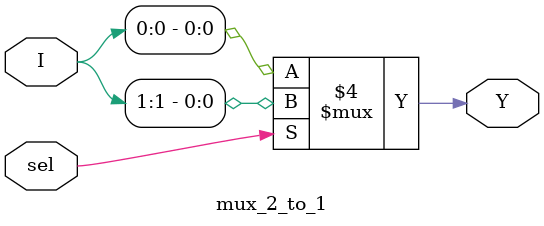
<source format=v>
`timescale 1ns / 1ps


module mux_2_to_1(
    input [1:0] I,
    input sel,
    output reg Y
    );
    
  always @ (sel, I) begin
    if(sel==0)
      Y=I[0];
    else
      Y=I[1];
  end
  
endmodule



</source>
